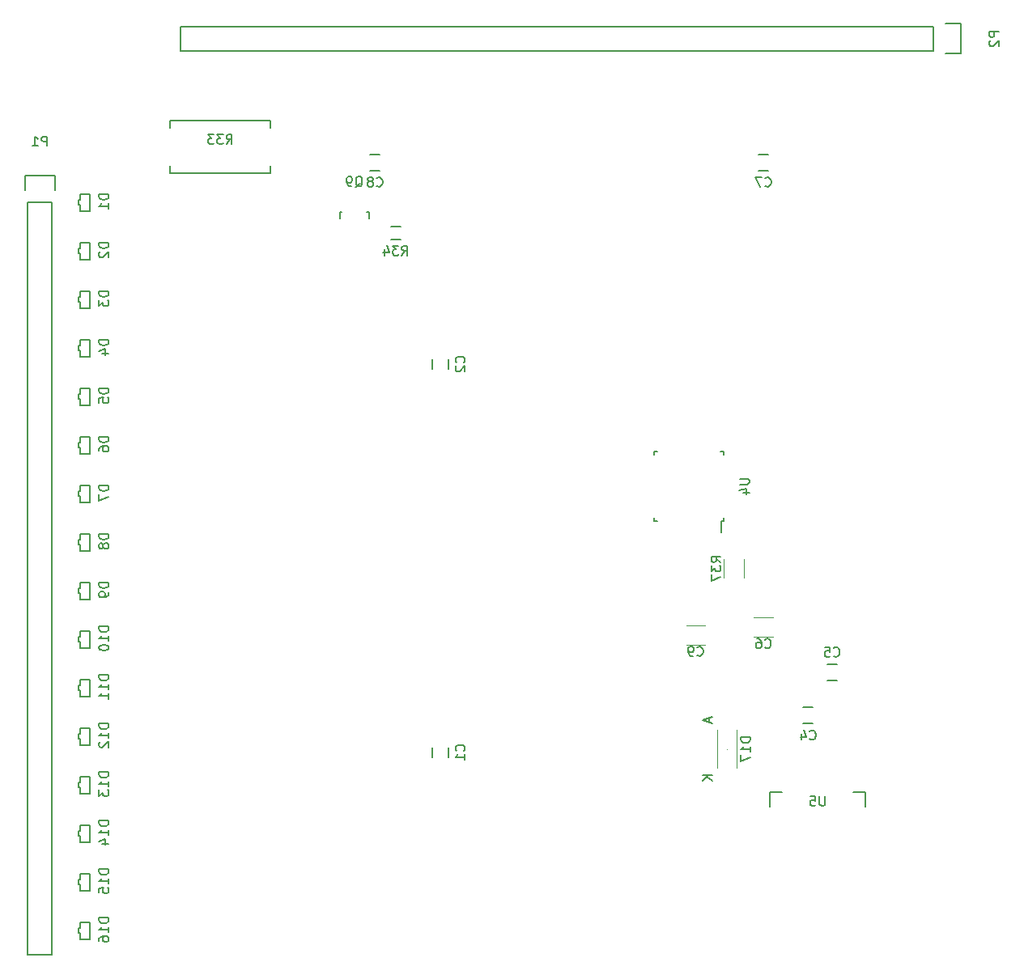
<source format=gbo>
G04 #@! TF.FileFunction,Legend,Bot*
%FSLAX46Y46*%
G04 Gerber Fmt 4.6, Leading zero omitted, Abs format (unit mm)*
G04 Created by KiCad (PCBNEW 4.0.2+dfsg1-stable) date ven. 05 janv. 2018 23:32:36 CET*
%MOMM*%
G01*
G04 APERTURE LIST*
%ADD10C,0.100000*%
%ADD11C,0.150000*%
%ADD12C,0.120000*%
G04 APERTURE END LIST*
D10*
D11*
X176155000Y-109125000D02*
X175930000Y-109125000D01*
X176155000Y-101875000D02*
X175855000Y-101875000D01*
X168905000Y-101875000D02*
X169205000Y-101875000D01*
X168905000Y-109125000D02*
X169205000Y-109125000D01*
X176155000Y-109125000D02*
X176155000Y-108825000D01*
X168905000Y-109125000D02*
X168905000Y-108825000D01*
X168905000Y-101875000D02*
X168905000Y-102175000D01*
X176155000Y-101875000D02*
X176155000Y-102175000D01*
X175930000Y-109125000D02*
X175930000Y-110350000D01*
X147408000Y-132850000D02*
X147408000Y-133850000D01*
X145708000Y-133850000D02*
X145708000Y-132850000D01*
X147408000Y-92210000D02*
X147408000Y-93210000D01*
X145708000Y-93210000D02*
X145708000Y-92210000D01*
X185500000Y-130350000D02*
X184500000Y-130350000D01*
X184500000Y-128650000D02*
X185500000Y-128650000D01*
X187000000Y-124150000D02*
X188000000Y-124150000D01*
X188000000Y-125850000D02*
X187000000Y-125850000D01*
X180840000Y-72478000D02*
X179840000Y-72478000D01*
X179840000Y-70778000D02*
X180840000Y-70778000D01*
X140200000Y-72478000D02*
X139200000Y-72478000D01*
X139200000Y-70778000D02*
X140200000Y-70778000D01*
X105918000Y-75819000D02*
X105918000Y-154559000D01*
X105918000Y-154559000D02*
X103378000Y-154559000D01*
X103378000Y-154559000D02*
X103378000Y-75819000D01*
X103098000Y-72999000D02*
X103098000Y-74549000D01*
X103378000Y-75819000D02*
X105918000Y-75819000D01*
X106198000Y-74549000D02*
X106198000Y-72999000D01*
X106198000Y-72999000D02*
X103098000Y-72999000D01*
X139040820Y-77520800D02*
X139040820Y-76819760D01*
X139040820Y-76819760D02*
X138791900Y-76819760D01*
X136241840Y-76819760D02*
X136041180Y-76819760D01*
X136041180Y-76819760D02*
X136041180Y-77520800D01*
X118250000Y-68000000D02*
X118250000Y-67250000D01*
X118250000Y-67250000D02*
X128750000Y-67250000D01*
X128750000Y-67250000D02*
X128750000Y-68000000D01*
X118250000Y-72750000D02*
X118250000Y-72000000D01*
X118250000Y-72750000D02*
X128750000Y-72750000D01*
X128750000Y-72750000D02*
X128750000Y-72000000D01*
X142359000Y-78319000D02*
X141359000Y-78319000D01*
X141359000Y-79669000D02*
X142359000Y-79669000D01*
X198120000Y-59944000D02*
X119380000Y-59944000D01*
X119380000Y-59944000D02*
X119380000Y-57404000D01*
X119380000Y-57404000D02*
X198120000Y-57404000D01*
X200940000Y-57124000D02*
X199390000Y-57124000D01*
X198120000Y-57404000D02*
X198120000Y-59944000D01*
X199390000Y-60224000D02*
X200940000Y-60224000D01*
X200940000Y-60224000D02*
X200940000Y-57124000D01*
X108839000Y-75565000D02*
X108839000Y-74930000D01*
X108839000Y-74930000D02*
X109855000Y-74930000D01*
X109855000Y-76708000D02*
X108839000Y-76708000D01*
X108839000Y-76708000D02*
X108839000Y-76073000D01*
X108712000Y-75565000D02*
X108839000Y-75565000D01*
X108839000Y-76073000D02*
X108712000Y-76073000D01*
X109855000Y-74930000D02*
X109855000Y-76708000D01*
X108712000Y-76073000D02*
X108712000Y-75565000D01*
X108839000Y-80645000D02*
X108839000Y-80010000D01*
X108839000Y-80010000D02*
X109855000Y-80010000D01*
X109855000Y-81788000D02*
X108839000Y-81788000D01*
X108839000Y-81788000D02*
X108839000Y-81153000D01*
X108712000Y-80645000D02*
X108839000Y-80645000D01*
X108839000Y-81153000D02*
X108712000Y-81153000D01*
X109855000Y-80010000D02*
X109855000Y-81788000D01*
X108712000Y-81153000D02*
X108712000Y-80645000D01*
X108839000Y-85725000D02*
X108839000Y-85090000D01*
X108839000Y-85090000D02*
X109855000Y-85090000D01*
X109855000Y-86868000D02*
X108839000Y-86868000D01*
X108839000Y-86868000D02*
X108839000Y-86233000D01*
X108712000Y-85725000D02*
X108839000Y-85725000D01*
X108839000Y-86233000D02*
X108712000Y-86233000D01*
X109855000Y-85090000D02*
X109855000Y-86868000D01*
X108712000Y-86233000D02*
X108712000Y-85725000D01*
X108839000Y-90805000D02*
X108839000Y-90170000D01*
X108839000Y-90170000D02*
X109855000Y-90170000D01*
X109855000Y-91948000D02*
X108839000Y-91948000D01*
X108839000Y-91948000D02*
X108839000Y-91313000D01*
X108712000Y-90805000D02*
X108839000Y-90805000D01*
X108839000Y-91313000D02*
X108712000Y-91313000D01*
X109855000Y-90170000D02*
X109855000Y-91948000D01*
X108712000Y-91313000D02*
X108712000Y-90805000D01*
X108839000Y-95885000D02*
X108839000Y-95250000D01*
X108839000Y-95250000D02*
X109855000Y-95250000D01*
X109855000Y-97028000D02*
X108839000Y-97028000D01*
X108839000Y-97028000D02*
X108839000Y-96393000D01*
X108712000Y-95885000D02*
X108839000Y-95885000D01*
X108839000Y-96393000D02*
X108712000Y-96393000D01*
X109855000Y-95250000D02*
X109855000Y-97028000D01*
X108712000Y-96393000D02*
X108712000Y-95885000D01*
X108839000Y-100965000D02*
X108839000Y-100330000D01*
X108839000Y-100330000D02*
X109855000Y-100330000D01*
X109855000Y-102108000D02*
X108839000Y-102108000D01*
X108839000Y-102108000D02*
X108839000Y-101473000D01*
X108712000Y-100965000D02*
X108839000Y-100965000D01*
X108839000Y-101473000D02*
X108712000Y-101473000D01*
X109855000Y-100330000D02*
X109855000Y-102108000D01*
X108712000Y-101473000D02*
X108712000Y-100965000D01*
X108839000Y-106045000D02*
X108839000Y-105410000D01*
X108839000Y-105410000D02*
X109855000Y-105410000D01*
X109855000Y-107188000D02*
X108839000Y-107188000D01*
X108839000Y-107188000D02*
X108839000Y-106553000D01*
X108712000Y-106045000D02*
X108839000Y-106045000D01*
X108839000Y-106553000D02*
X108712000Y-106553000D01*
X109855000Y-105410000D02*
X109855000Y-107188000D01*
X108712000Y-106553000D02*
X108712000Y-106045000D01*
X108839000Y-111125000D02*
X108839000Y-110490000D01*
X108839000Y-110490000D02*
X109855000Y-110490000D01*
X109855000Y-112268000D02*
X108839000Y-112268000D01*
X108839000Y-112268000D02*
X108839000Y-111633000D01*
X108712000Y-111125000D02*
X108839000Y-111125000D01*
X108839000Y-111633000D02*
X108712000Y-111633000D01*
X109855000Y-110490000D02*
X109855000Y-112268000D01*
X108712000Y-111633000D02*
X108712000Y-111125000D01*
X108839000Y-116205000D02*
X108839000Y-115570000D01*
X108839000Y-115570000D02*
X109855000Y-115570000D01*
X109855000Y-117348000D02*
X108839000Y-117348000D01*
X108839000Y-117348000D02*
X108839000Y-116713000D01*
X108712000Y-116205000D02*
X108839000Y-116205000D01*
X108839000Y-116713000D02*
X108712000Y-116713000D01*
X109855000Y-115570000D02*
X109855000Y-117348000D01*
X108712000Y-116713000D02*
X108712000Y-116205000D01*
X108839000Y-121285000D02*
X108839000Y-120650000D01*
X108839000Y-120650000D02*
X109855000Y-120650000D01*
X109855000Y-122428000D02*
X108839000Y-122428000D01*
X108839000Y-122428000D02*
X108839000Y-121793000D01*
X108712000Y-121285000D02*
X108839000Y-121285000D01*
X108839000Y-121793000D02*
X108712000Y-121793000D01*
X109855000Y-120650000D02*
X109855000Y-122428000D01*
X108712000Y-121793000D02*
X108712000Y-121285000D01*
X108839000Y-126365000D02*
X108839000Y-125730000D01*
X108839000Y-125730000D02*
X109855000Y-125730000D01*
X109855000Y-127508000D02*
X108839000Y-127508000D01*
X108839000Y-127508000D02*
X108839000Y-126873000D01*
X108712000Y-126365000D02*
X108839000Y-126365000D01*
X108839000Y-126873000D02*
X108712000Y-126873000D01*
X109855000Y-125730000D02*
X109855000Y-127508000D01*
X108712000Y-126873000D02*
X108712000Y-126365000D01*
X108839000Y-131445000D02*
X108839000Y-130810000D01*
X108839000Y-130810000D02*
X109855000Y-130810000D01*
X109855000Y-132588000D02*
X108839000Y-132588000D01*
X108839000Y-132588000D02*
X108839000Y-131953000D01*
X108712000Y-131445000D02*
X108839000Y-131445000D01*
X108839000Y-131953000D02*
X108712000Y-131953000D01*
X109855000Y-130810000D02*
X109855000Y-132588000D01*
X108712000Y-131953000D02*
X108712000Y-131445000D01*
X108839000Y-136525000D02*
X108839000Y-135890000D01*
X108839000Y-135890000D02*
X109855000Y-135890000D01*
X109855000Y-137668000D02*
X108839000Y-137668000D01*
X108839000Y-137668000D02*
X108839000Y-137033000D01*
X108712000Y-136525000D02*
X108839000Y-136525000D01*
X108839000Y-137033000D02*
X108712000Y-137033000D01*
X109855000Y-135890000D02*
X109855000Y-137668000D01*
X108712000Y-137033000D02*
X108712000Y-136525000D01*
X108839000Y-141605000D02*
X108839000Y-140970000D01*
X108839000Y-140970000D02*
X109855000Y-140970000D01*
X109855000Y-142748000D02*
X108839000Y-142748000D01*
X108839000Y-142748000D02*
X108839000Y-142113000D01*
X108712000Y-141605000D02*
X108839000Y-141605000D01*
X108839000Y-142113000D02*
X108712000Y-142113000D01*
X109855000Y-140970000D02*
X109855000Y-142748000D01*
X108712000Y-142113000D02*
X108712000Y-141605000D01*
X108839000Y-146685000D02*
X108839000Y-146050000D01*
X108839000Y-146050000D02*
X109855000Y-146050000D01*
X109855000Y-147828000D02*
X108839000Y-147828000D01*
X108839000Y-147828000D02*
X108839000Y-147193000D01*
X108712000Y-146685000D02*
X108839000Y-146685000D01*
X108839000Y-147193000D02*
X108712000Y-147193000D01*
X109855000Y-146050000D02*
X109855000Y-147828000D01*
X108712000Y-147193000D02*
X108712000Y-146685000D01*
X108839000Y-151765000D02*
X108839000Y-151130000D01*
X108839000Y-151130000D02*
X109855000Y-151130000D01*
X109855000Y-152908000D02*
X108839000Y-152908000D01*
X108839000Y-152908000D02*
X108839000Y-152273000D01*
X108712000Y-151765000D02*
X108839000Y-151765000D01*
X108839000Y-152273000D02*
X108712000Y-152273000D01*
X109855000Y-151130000D02*
X109855000Y-152908000D01*
X108712000Y-152273000D02*
X108712000Y-151765000D01*
D10*
X176500000Y-133000000D02*
X176500000Y-133000000D01*
X176500000Y-133000000D02*
X176500000Y-133000000D01*
X176500000Y-133000000D02*
X176500000Y-133000000D01*
X176500000Y-133000000D02*
X176500000Y-133000000D01*
X175500000Y-134000000D02*
X175500000Y-134000000D01*
X177500000Y-134000000D02*
X177500000Y-134000000D01*
X175500000Y-131000000D02*
X175500000Y-131000000D01*
X175500000Y-135000000D02*
X175500000Y-135000000D01*
X177500000Y-135000000D02*
X177500000Y-135000000D01*
X177500000Y-131000000D02*
X177500000Y-131000000D01*
X175500000Y-135000000D02*
X175500000Y-131000000D01*
X177500000Y-135000000D02*
X177500000Y-131000000D01*
D11*
X191000000Y-137500000D02*
X189750000Y-137500000D01*
X191000000Y-137500000D02*
X191000000Y-139000000D01*
X181000000Y-137500000D02*
X181000000Y-139000000D01*
X181000000Y-137500000D02*
X182250000Y-137500000D01*
D12*
X181320000Y-121280000D02*
X179320000Y-121280000D01*
X179320000Y-119240000D02*
X181320000Y-119240000D01*
X174230000Y-122090000D02*
X172230000Y-122090000D01*
X172230000Y-120050000D02*
X174230000Y-120050000D01*
X178320000Y-115100000D02*
X178320000Y-113100000D01*
X176180000Y-113100000D02*
X176180000Y-115100000D01*
D11*
X177832381Y-104738095D02*
X178641905Y-104738095D01*
X178737143Y-104785714D01*
X178784762Y-104833333D01*
X178832381Y-104928571D01*
X178832381Y-105119048D01*
X178784762Y-105214286D01*
X178737143Y-105261905D01*
X178641905Y-105309524D01*
X177832381Y-105309524D01*
X178165714Y-106214286D02*
X178832381Y-106214286D01*
X177784762Y-105976190D02*
X178499048Y-105738095D01*
X178499048Y-106357143D01*
X149015143Y-133183334D02*
X149062762Y-133135715D01*
X149110381Y-132992858D01*
X149110381Y-132897620D01*
X149062762Y-132754762D01*
X148967524Y-132659524D01*
X148872286Y-132611905D01*
X148681810Y-132564286D01*
X148538952Y-132564286D01*
X148348476Y-132611905D01*
X148253238Y-132659524D01*
X148158000Y-132754762D01*
X148110381Y-132897620D01*
X148110381Y-132992858D01*
X148158000Y-133135715D01*
X148205619Y-133183334D01*
X149110381Y-134135715D02*
X149110381Y-133564286D01*
X149110381Y-133850000D02*
X148110381Y-133850000D01*
X148253238Y-133754762D01*
X148348476Y-133659524D01*
X148396095Y-133564286D01*
X149015143Y-92543334D02*
X149062762Y-92495715D01*
X149110381Y-92352858D01*
X149110381Y-92257620D01*
X149062762Y-92114762D01*
X148967524Y-92019524D01*
X148872286Y-91971905D01*
X148681810Y-91924286D01*
X148538952Y-91924286D01*
X148348476Y-91971905D01*
X148253238Y-92019524D01*
X148158000Y-92114762D01*
X148110381Y-92257620D01*
X148110381Y-92352858D01*
X148158000Y-92495715D01*
X148205619Y-92543334D01*
X148205619Y-92924286D02*
X148158000Y-92971905D01*
X148110381Y-93067143D01*
X148110381Y-93305239D01*
X148158000Y-93400477D01*
X148205619Y-93448096D01*
X148300857Y-93495715D01*
X148396095Y-93495715D01*
X148538952Y-93448096D01*
X149110381Y-92876667D01*
X149110381Y-93495715D01*
X185166666Y-131957143D02*
X185214285Y-132004762D01*
X185357142Y-132052381D01*
X185452380Y-132052381D01*
X185595238Y-132004762D01*
X185690476Y-131909524D01*
X185738095Y-131814286D01*
X185785714Y-131623810D01*
X185785714Y-131480952D01*
X185738095Y-131290476D01*
X185690476Y-131195238D01*
X185595238Y-131100000D01*
X185452380Y-131052381D01*
X185357142Y-131052381D01*
X185214285Y-131100000D01*
X185166666Y-131147619D01*
X184309523Y-131385714D02*
X184309523Y-132052381D01*
X184547619Y-131004762D02*
X184785714Y-131719048D01*
X184166666Y-131719048D01*
X187666666Y-123257143D02*
X187714285Y-123304762D01*
X187857142Y-123352381D01*
X187952380Y-123352381D01*
X188095238Y-123304762D01*
X188190476Y-123209524D01*
X188238095Y-123114286D01*
X188285714Y-122923810D01*
X188285714Y-122780952D01*
X188238095Y-122590476D01*
X188190476Y-122495238D01*
X188095238Y-122400000D01*
X187952380Y-122352381D01*
X187857142Y-122352381D01*
X187714285Y-122400000D01*
X187666666Y-122447619D01*
X186761904Y-122352381D02*
X187238095Y-122352381D01*
X187285714Y-122828571D01*
X187238095Y-122780952D01*
X187142857Y-122733333D01*
X186904761Y-122733333D01*
X186809523Y-122780952D01*
X186761904Y-122828571D01*
X186714285Y-122923810D01*
X186714285Y-123161905D01*
X186761904Y-123257143D01*
X186809523Y-123304762D01*
X186904761Y-123352381D01*
X187142857Y-123352381D01*
X187238095Y-123304762D01*
X187285714Y-123257143D01*
X180506666Y-74085143D02*
X180554285Y-74132762D01*
X180697142Y-74180381D01*
X180792380Y-74180381D01*
X180935238Y-74132762D01*
X181030476Y-74037524D01*
X181078095Y-73942286D01*
X181125714Y-73751810D01*
X181125714Y-73608952D01*
X181078095Y-73418476D01*
X181030476Y-73323238D01*
X180935238Y-73228000D01*
X180792380Y-73180381D01*
X180697142Y-73180381D01*
X180554285Y-73228000D01*
X180506666Y-73275619D01*
X180173333Y-73180381D02*
X179506666Y-73180381D01*
X179935238Y-74180381D01*
X139866666Y-74085143D02*
X139914285Y-74132762D01*
X140057142Y-74180381D01*
X140152380Y-74180381D01*
X140295238Y-74132762D01*
X140390476Y-74037524D01*
X140438095Y-73942286D01*
X140485714Y-73751810D01*
X140485714Y-73608952D01*
X140438095Y-73418476D01*
X140390476Y-73323238D01*
X140295238Y-73228000D01*
X140152380Y-73180381D01*
X140057142Y-73180381D01*
X139914285Y-73228000D01*
X139866666Y-73275619D01*
X139295238Y-73608952D02*
X139390476Y-73561333D01*
X139438095Y-73513714D01*
X139485714Y-73418476D01*
X139485714Y-73370857D01*
X139438095Y-73275619D01*
X139390476Y-73228000D01*
X139295238Y-73180381D01*
X139104761Y-73180381D01*
X139009523Y-73228000D01*
X138961904Y-73275619D01*
X138914285Y-73370857D01*
X138914285Y-73418476D01*
X138961904Y-73513714D01*
X139009523Y-73561333D01*
X139104761Y-73608952D01*
X139295238Y-73608952D01*
X139390476Y-73656571D01*
X139438095Y-73704190D01*
X139485714Y-73799429D01*
X139485714Y-73989905D01*
X139438095Y-74085143D01*
X139390476Y-74132762D01*
X139295238Y-74180381D01*
X139104761Y-74180381D01*
X139009523Y-74132762D01*
X138961904Y-74085143D01*
X138914285Y-73989905D01*
X138914285Y-73799429D01*
X138961904Y-73704190D01*
X139009523Y-73656571D01*
X139104761Y-73608952D01*
X105386095Y-69901381D02*
X105386095Y-68901381D01*
X105005142Y-68901381D01*
X104909904Y-68949000D01*
X104862285Y-68996619D01*
X104814666Y-69091857D01*
X104814666Y-69234714D01*
X104862285Y-69329952D01*
X104909904Y-69377571D01*
X105005142Y-69425190D01*
X105386095Y-69425190D01*
X103862285Y-69901381D02*
X104433714Y-69901381D01*
X104148000Y-69901381D02*
X104148000Y-68901381D01*
X104243238Y-69044238D01*
X104338476Y-69139476D01*
X104433714Y-69187095D01*
X137636238Y-74207619D02*
X137731476Y-74160000D01*
X137826714Y-74064762D01*
X137969571Y-73921905D01*
X138064810Y-73874286D01*
X138160048Y-73874286D01*
X138112429Y-74112381D02*
X138207667Y-74064762D01*
X138302905Y-73969524D01*
X138350524Y-73779048D01*
X138350524Y-73445714D01*
X138302905Y-73255238D01*
X138207667Y-73160000D01*
X138112429Y-73112381D01*
X137921952Y-73112381D01*
X137826714Y-73160000D01*
X137731476Y-73255238D01*
X137683857Y-73445714D01*
X137683857Y-73779048D01*
X137731476Y-73969524D01*
X137826714Y-74064762D01*
X137921952Y-74112381D01*
X138112429Y-74112381D01*
X137207667Y-74112381D02*
X137017191Y-74112381D01*
X136921952Y-74064762D01*
X136874333Y-74017143D01*
X136779095Y-73874286D01*
X136731476Y-73683810D01*
X136731476Y-73302857D01*
X136779095Y-73207619D01*
X136826714Y-73160000D01*
X136921952Y-73112381D01*
X137112429Y-73112381D01*
X137207667Y-73160000D01*
X137255286Y-73207619D01*
X137302905Y-73302857D01*
X137302905Y-73540952D01*
X137255286Y-73636190D01*
X137207667Y-73683810D01*
X137112429Y-73731429D01*
X136921952Y-73731429D01*
X136826714Y-73683810D01*
X136779095Y-73636190D01*
X136731476Y-73540952D01*
X124142857Y-69702381D02*
X124476191Y-69226190D01*
X124714286Y-69702381D02*
X124714286Y-68702381D01*
X124333333Y-68702381D01*
X124238095Y-68750000D01*
X124190476Y-68797619D01*
X124142857Y-68892857D01*
X124142857Y-69035714D01*
X124190476Y-69130952D01*
X124238095Y-69178571D01*
X124333333Y-69226190D01*
X124714286Y-69226190D01*
X123809524Y-68702381D02*
X123190476Y-68702381D01*
X123523810Y-69083333D01*
X123380952Y-69083333D01*
X123285714Y-69130952D01*
X123238095Y-69178571D01*
X123190476Y-69273810D01*
X123190476Y-69511905D01*
X123238095Y-69607143D01*
X123285714Y-69654762D01*
X123380952Y-69702381D01*
X123666667Y-69702381D01*
X123761905Y-69654762D01*
X123809524Y-69607143D01*
X122857143Y-68702381D02*
X122238095Y-68702381D01*
X122571429Y-69083333D01*
X122428571Y-69083333D01*
X122333333Y-69130952D01*
X122285714Y-69178571D01*
X122238095Y-69273810D01*
X122238095Y-69511905D01*
X122285714Y-69607143D01*
X122333333Y-69654762D01*
X122428571Y-69702381D01*
X122714286Y-69702381D01*
X122809524Y-69654762D01*
X122857143Y-69607143D01*
X142501857Y-81346381D02*
X142835191Y-80870190D01*
X143073286Y-81346381D02*
X143073286Y-80346381D01*
X142692333Y-80346381D01*
X142597095Y-80394000D01*
X142549476Y-80441619D01*
X142501857Y-80536857D01*
X142501857Y-80679714D01*
X142549476Y-80774952D01*
X142597095Y-80822571D01*
X142692333Y-80870190D01*
X143073286Y-80870190D01*
X142168524Y-80346381D02*
X141549476Y-80346381D01*
X141882810Y-80727333D01*
X141739952Y-80727333D01*
X141644714Y-80774952D01*
X141597095Y-80822571D01*
X141549476Y-80917810D01*
X141549476Y-81155905D01*
X141597095Y-81251143D01*
X141644714Y-81298762D01*
X141739952Y-81346381D01*
X142025667Y-81346381D01*
X142120905Y-81298762D01*
X142168524Y-81251143D01*
X140692333Y-80679714D02*
X140692333Y-81346381D01*
X140930429Y-80298762D02*
X141168524Y-81013048D01*
X140549476Y-81013048D01*
X204942381Y-57935905D02*
X203942381Y-57935905D01*
X203942381Y-58316858D01*
X203990000Y-58412096D01*
X204037619Y-58459715D01*
X204132857Y-58507334D01*
X204275714Y-58507334D01*
X204370952Y-58459715D01*
X204418571Y-58412096D01*
X204466190Y-58316858D01*
X204466190Y-57935905D01*
X204037619Y-58888286D02*
X203990000Y-58935905D01*
X203942381Y-59031143D01*
X203942381Y-59269239D01*
X203990000Y-59364477D01*
X204037619Y-59412096D01*
X204132857Y-59459715D01*
X204228095Y-59459715D01*
X204370952Y-59412096D01*
X204942381Y-58840667D01*
X204942381Y-59459715D01*
X111831381Y-74953905D02*
X110831381Y-74953905D01*
X110831381Y-75192000D01*
X110879000Y-75334858D01*
X110974238Y-75430096D01*
X111069476Y-75477715D01*
X111259952Y-75525334D01*
X111402810Y-75525334D01*
X111593286Y-75477715D01*
X111688524Y-75430096D01*
X111783762Y-75334858D01*
X111831381Y-75192000D01*
X111831381Y-74953905D01*
X111831381Y-76477715D02*
X111831381Y-75906286D01*
X111831381Y-76192000D02*
X110831381Y-76192000D01*
X110974238Y-76096762D01*
X111069476Y-76001524D01*
X111117095Y-75906286D01*
X111831381Y-80033905D02*
X110831381Y-80033905D01*
X110831381Y-80272000D01*
X110879000Y-80414858D01*
X110974238Y-80510096D01*
X111069476Y-80557715D01*
X111259952Y-80605334D01*
X111402810Y-80605334D01*
X111593286Y-80557715D01*
X111688524Y-80510096D01*
X111783762Y-80414858D01*
X111831381Y-80272000D01*
X111831381Y-80033905D01*
X110926619Y-80986286D02*
X110879000Y-81033905D01*
X110831381Y-81129143D01*
X110831381Y-81367239D01*
X110879000Y-81462477D01*
X110926619Y-81510096D01*
X111021857Y-81557715D01*
X111117095Y-81557715D01*
X111259952Y-81510096D01*
X111831381Y-80938667D01*
X111831381Y-81557715D01*
X111831381Y-85113905D02*
X110831381Y-85113905D01*
X110831381Y-85352000D01*
X110879000Y-85494858D01*
X110974238Y-85590096D01*
X111069476Y-85637715D01*
X111259952Y-85685334D01*
X111402810Y-85685334D01*
X111593286Y-85637715D01*
X111688524Y-85590096D01*
X111783762Y-85494858D01*
X111831381Y-85352000D01*
X111831381Y-85113905D01*
X110831381Y-86018667D02*
X110831381Y-86637715D01*
X111212333Y-86304381D01*
X111212333Y-86447239D01*
X111259952Y-86542477D01*
X111307571Y-86590096D01*
X111402810Y-86637715D01*
X111640905Y-86637715D01*
X111736143Y-86590096D01*
X111783762Y-86542477D01*
X111831381Y-86447239D01*
X111831381Y-86161524D01*
X111783762Y-86066286D01*
X111736143Y-86018667D01*
X111831381Y-90193905D02*
X110831381Y-90193905D01*
X110831381Y-90432000D01*
X110879000Y-90574858D01*
X110974238Y-90670096D01*
X111069476Y-90717715D01*
X111259952Y-90765334D01*
X111402810Y-90765334D01*
X111593286Y-90717715D01*
X111688524Y-90670096D01*
X111783762Y-90574858D01*
X111831381Y-90432000D01*
X111831381Y-90193905D01*
X111164714Y-91622477D02*
X111831381Y-91622477D01*
X110783762Y-91384381D02*
X111498048Y-91146286D01*
X111498048Y-91765334D01*
X111831381Y-95273905D02*
X110831381Y-95273905D01*
X110831381Y-95512000D01*
X110879000Y-95654858D01*
X110974238Y-95750096D01*
X111069476Y-95797715D01*
X111259952Y-95845334D01*
X111402810Y-95845334D01*
X111593286Y-95797715D01*
X111688524Y-95750096D01*
X111783762Y-95654858D01*
X111831381Y-95512000D01*
X111831381Y-95273905D01*
X110831381Y-96750096D02*
X110831381Y-96273905D01*
X111307571Y-96226286D01*
X111259952Y-96273905D01*
X111212333Y-96369143D01*
X111212333Y-96607239D01*
X111259952Y-96702477D01*
X111307571Y-96750096D01*
X111402810Y-96797715D01*
X111640905Y-96797715D01*
X111736143Y-96750096D01*
X111783762Y-96702477D01*
X111831381Y-96607239D01*
X111831381Y-96369143D01*
X111783762Y-96273905D01*
X111736143Y-96226286D01*
X111831381Y-100353905D02*
X110831381Y-100353905D01*
X110831381Y-100592000D01*
X110879000Y-100734858D01*
X110974238Y-100830096D01*
X111069476Y-100877715D01*
X111259952Y-100925334D01*
X111402810Y-100925334D01*
X111593286Y-100877715D01*
X111688524Y-100830096D01*
X111783762Y-100734858D01*
X111831381Y-100592000D01*
X111831381Y-100353905D01*
X110831381Y-101782477D02*
X110831381Y-101592000D01*
X110879000Y-101496762D01*
X110926619Y-101449143D01*
X111069476Y-101353905D01*
X111259952Y-101306286D01*
X111640905Y-101306286D01*
X111736143Y-101353905D01*
X111783762Y-101401524D01*
X111831381Y-101496762D01*
X111831381Y-101687239D01*
X111783762Y-101782477D01*
X111736143Y-101830096D01*
X111640905Y-101877715D01*
X111402810Y-101877715D01*
X111307571Y-101830096D01*
X111259952Y-101782477D01*
X111212333Y-101687239D01*
X111212333Y-101496762D01*
X111259952Y-101401524D01*
X111307571Y-101353905D01*
X111402810Y-101306286D01*
X111831381Y-105433905D02*
X110831381Y-105433905D01*
X110831381Y-105672000D01*
X110879000Y-105814858D01*
X110974238Y-105910096D01*
X111069476Y-105957715D01*
X111259952Y-106005334D01*
X111402810Y-106005334D01*
X111593286Y-105957715D01*
X111688524Y-105910096D01*
X111783762Y-105814858D01*
X111831381Y-105672000D01*
X111831381Y-105433905D01*
X110831381Y-106338667D02*
X110831381Y-107005334D01*
X111831381Y-106576762D01*
X111831381Y-110513905D02*
X110831381Y-110513905D01*
X110831381Y-110752000D01*
X110879000Y-110894858D01*
X110974238Y-110990096D01*
X111069476Y-111037715D01*
X111259952Y-111085334D01*
X111402810Y-111085334D01*
X111593286Y-111037715D01*
X111688524Y-110990096D01*
X111783762Y-110894858D01*
X111831381Y-110752000D01*
X111831381Y-110513905D01*
X111259952Y-111656762D02*
X111212333Y-111561524D01*
X111164714Y-111513905D01*
X111069476Y-111466286D01*
X111021857Y-111466286D01*
X110926619Y-111513905D01*
X110879000Y-111561524D01*
X110831381Y-111656762D01*
X110831381Y-111847239D01*
X110879000Y-111942477D01*
X110926619Y-111990096D01*
X111021857Y-112037715D01*
X111069476Y-112037715D01*
X111164714Y-111990096D01*
X111212333Y-111942477D01*
X111259952Y-111847239D01*
X111259952Y-111656762D01*
X111307571Y-111561524D01*
X111355190Y-111513905D01*
X111450429Y-111466286D01*
X111640905Y-111466286D01*
X111736143Y-111513905D01*
X111783762Y-111561524D01*
X111831381Y-111656762D01*
X111831381Y-111847239D01*
X111783762Y-111942477D01*
X111736143Y-111990096D01*
X111640905Y-112037715D01*
X111450429Y-112037715D01*
X111355190Y-111990096D01*
X111307571Y-111942477D01*
X111259952Y-111847239D01*
X111831381Y-115593905D02*
X110831381Y-115593905D01*
X110831381Y-115832000D01*
X110879000Y-115974858D01*
X110974238Y-116070096D01*
X111069476Y-116117715D01*
X111259952Y-116165334D01*
X111402810Y-116165334D01*
X111593286Y-116117715D01*
X111688524Y-116070096D01*
X111783762Y-115974858D01*
X111831381Y-115832000D01*
X111831381Y-115593905D01*
X111831381Y-116641524D02*
X111831381Y-116832000D01*
X111783762Y-116927239D01*
X111736143Y-116974858D01*
X111593286Y-117070096D01*
X111402810Y-117117715D01*
X111021857Y-117117715D01*
X110926619Y-117070096D01*
X110879000Y-117022477D01*
X110831381Y-116927239D01*
X110831381Y-116736762D01*
X110879000Y-116641524D01*
X110926619Y-116593905D01*
X111021857Y-116546286D01*
X111259952Y-116546286D01*
X111355190Y-116593905D01*
X111402810Y-116641524D01*
X111450429Y-116736762D01*
X111450429Y-116927239D01*
X111402810Y-117022477D01*
X111355190Y-117070096D01*
X111259952Y-117117715D01*
X111831381Y-120197714D02*
X110831381Y-120197714D01*
X110831381Y-120435809D01*
X110879000Y-120578667D01*
X110974238Y-120673905D01*
X111069476Y-120721524D01*
X111259952Y-120769143D01*
X111402810Y-120769143D01*
X111593286Y-120721524D01*
X111688524Y-120673905D01*
X111783762Y-120578667D01*
X111831381Y-120435809D01*
X111831381Y-120197714D01*
X111831381Y-121721524D02*
X111831381Y-121150095D01*
X111831381Y-121435809D02*
X110831381Y-121435809D01*
X110974238Y-121340571D01*
X111069476Y-121245333D01*
X111117095Y-121150095D01*
X110831381Y-122340571D02*
X110831381Y-122435810D01*
X110879000Y-122531048D01*
X110926619Y-122578667D01*
X111021857Y-122626286D01*
X111212333Y-122673905D01*
X111450429Y-122673905D01*
X111640905Y-122626286D01*
X111736143Y-122578667D01*
X111783762Y-122531048D01*
X111831381Y-122435810D01*
X111831381Y-122340571D01*
X111783762Y-122245333D01*
X111736143Y-122197714D01*
X111640905Y-122150095D01*
X111450429Y-122102476D01*
X111212333Y-122102476D01*
X111021857Y-122150095D01*
X110926619Y-122197714D01*
X110879000Y-122245333D01*
X110831381Y-122340571D01*
X111831381Y-125277714D02*
X110831381Y-125277714D01*
X110831381Y-125515809D01*
X110879000Y-125658667D01*
X110974238Y-125753905D01*
X111069476Y-125801524D01*
X111259952Y-125849143D01*
X111402810Y-125849143D01*
X111593286Y-125801524D01*
X111688524Y-125753905D01*
X111783762Y-125658667D01*
X111831381Y-125515809D01*
X111831381Y-125277714D01*
X111831381Y-126801524D02*
X111831381Y-126230095D01*
X111831381Y-126515809D02*
X110831381Y-126515809D01*
X110974238Y-126420571D01*
X111069476Y-126325333D01*
X111117095Y-126230095D01*
X111831381Y-127753905D02*
X111831381Y-127182476D01*
X111831381Y-127468190D02*
X110831381Y-127468190D01*
X110974238Y-127372952D01*
X111069476Y-127277714D01*
X111117095Y-127182476D01*
X111831381Y-130357714D02*
X110831381Y-130357714D01*
X110831381Y-130595809D01*
X110879000Y-130738667D01*
X110974238Y-130833905D01*
X111069476Y-130881524D01*
X111259952Y-130929143D01*
X111402810Y-130929143D01*
X111593286Y-130881524D01*
X111688524Y-130833905D01*
X111783762Y-130738667D01*
X111831381Y-130595809D01*
X111831381Y-130357714D01*
X111831381Y-131881524D02*
X111831381Y-131310095D01*
X111831381Y-131595809D02*
X110831381Y-131595809D01*
X110974238Y-131500571D01*
X111069476Y-131405333D01*
X111117095Y-131310095D01*
X110926619Y-132262476D02*
X110879000Y-132310095D01*
X110831381Y-132405333D01*
X110831381Y-132643429D01*
X110879000Y-132738667D01*
X110926619Y-132786286D01*
X111021857Y-132833905D01*
X111117095Y-132833905D01*
X111259952Y-132786286D01*
X111831381Y-132214857D01*
X111831381Y-132833905D01*
X111831381Y-135437714D02*
X110831381Y-135437714D01*
X110831381Y-135675809D01*
X110879000Y-135818667D01*
X110974238Y-135913905D01*
X111069476Y-135961524D01*
X111259952Y-136009143D01*
X111402810Y-136009143D01*
X111593286Y-135961524D01*
X111688524Y-135913905D01*
X111783762Y-135818667D01*
X111831381Y-135675809D01*
X111831381Y-135437714D01*
X111831381Y-136961524D02*
X111831381Y-136390095D01*
X111831381Y-136675809D02*
X110831381Y-136675809D01*
X110974238Y-136580571D01*
X111069476Y-136485333D01*
X111117095Y-136390095D01*
X110831381Y-137294857D02*
X110831381Y-137913905D01*
X111212333Y-137580571D01*
X111212333Y-137723429D01*
X111259952Y-137818667D01*
X111307571Y-137866286D01*
X111402810Y-137913905D01*
X111640905Y-137913905D01*
X111736143Y-137866286D01*
X111783762Y-137818667D01*
X111831381Y-137723429D01*
X111831381Y-137437714D01*
X111783762Y-137342476D01*
X111736143Y-137294857D01*
X111831381Y-140517714D02*
X110831381Y-140517714D01*
X110831381Y-140755809D01*
X110879000Y-140898667D01*
X110974238Y-140993905D01*
X111069476Y-141041524D01*
X111259952Y-141089143D01*
X111402810Y-141089143D01*
X111593286Y-141041524D01*
X111688524Y-140993905D01*
X111783762Y-140898667D01*
X111831381Y-140755809D01*
X111831381Y-140517714D01*
X111831381Y-142041524D02*
X111831381Y-141470095D01*
X111831381Y-141755809D02*
X110831381Y-141755809D01*
X110974238Y-141660571D01*
X111069476Y-141565333D01*
X111117095Y-141470095D01*
X111164714Y-142898667D02*
X111831381Y-142898667D01*
X110783762Y-142660571D02*
X111498048Y-142422476D01*
X111498048Y-143041524D01*
X111831381Y-145597714D02*
X110831381Y-145597714D01*
X110831381Y-145835809D01*
X110879000Y-145978667D01*
X110974238Y-146073905D01*
X111069476Y-146121524D01*
X111259952Y-146169143D01*
X111402810Y-146169143D01*
X111593286Y-146121524D01*
X111688524Y-146073905D01*
X111783762Y-145978667D01*
X111831381Y-145835809D01*
X111831381Y-145597714D01*
X111831381Y-147121524D02*
X111831381Y-146550095D01*
X111831381Y-146835809D02*
X110831381Y-146835809D01*
X110974238Y-146740571D01*
X111069476Y-146645333D01*
X111117095Y-146550095D01*
X110831381Y-148026286D02*
X110831381Y-147550095D01*
X111307571Y-147502476D01*
X111259952Y-147550095D01*
X111212333Y-147645333D01*
X111212333Y-147883429D01*
X111259952Y-147978667D01*
X111307571Y-148026286D01*
X111402810Y-148073905D01*
X111640905Y-148073905D01*
X111736143Y-148026286D01*
X111783762Y-147978667D01*
X111831381Y-147883429D01*
X111831381Y-147645333D01*
X111783762Y-147550095D01*
X111736143Y-147502476D01*
X111831381Y-150677714D02*
X110831381Y-150677714D01*
X110831381Y-150915809D01*
X110879000Y-151058667D01*
X110974238Y-151153905D01*
X111069476Y-151201524D01*
X111259952Y-151249143D01*
X111402810Y-151249143D01*
X111593286Y-151201524D01*
X111688524Y-151153905D01*
X111783762Y-151058667D01*
X111831381Y-150915809D01*
X111831381Y-150677714D01*
X111831381Y-152201524D02*
X111831381Y-151630095D01*
X111831381Y-151915809D02*
X110831381Y-151915809D01*
X110974238Y-151820571D01*
X111069476Y-151725333D01*
X111117095Y-151630095D01*
X110831381Y-153058667D02*
X110831381Y-152868190D01*
X110879000Y-152772952D01*
X110926619Y-152725333D01*
X111069476Y-152630095D01*
X111259952Y-152582476D01*
X111640905Y-152582476D01*
X111736143Y-152630095D01*
X111783762Y-152677714D01*
X111831381Y-152772952D01*
X111831381Y-152963429D01*
X111783762Y-153058667D01*
X111736143Y-153106286D01*
X111640905Y-153153905D01*
X111402810Y-153153905D01*
X111307571Y-153106286D01*
X111259952Y-153058667D01*
X111212333Y-152963429D01*
X111212333Y-152772952D01*
X111259952Y-152677714D01*
X111307571Y-152630095D01*
X111402810Y-152582476D01*
X178952381Y-131785714D02*
X177952381Y-131785714D01*
X177952381Y-132023809D01*
X178000000Y-132166667D01*
X178095238Y-132261905D01*
X178190476Y-132309524D01*
X178380952Y-132357143D01*
X178523810Y-132357143D01*
X178714286Y-132309524D01*
X178809524Y-132261905D01*
X178904762Y-132166667D01*
X178952381Y-132023809D01*
X178952381Y-131785714D01*
X178952381Y-133309524D02*
X178952381Y-132738095D01*
X178952381Y-133023809D02*
X177952381Y-133023809D01*
X178095238Y-132928571D01*
X178190476Y-132833333D01*
X178238095Y-132738095D01*
X177952381Y-133642857D02*
X177952381Y-134309524D01*
X178952381Y-133880952D01*
X174952381Y-135738095D02*
X173952381Y-135738095D01*
X174952381Y-136309524D02*
X174380952Y-135880952D01*
X173952381Y-136309524D02*
X174523810Y-135738095D01*
X174666667Y-129761905D02*
X174666667Y-130238096D01*
X174952381Y-129666667D02*
X173952381Y-130000000D01*
X174952381Y-130333334D01*
X186761905Y-137952381D02*
X186761905Y-138761905D01*
X186714286Y-138857143D01*
X186666667Y-138904762D01*
X186571429Y-138952381D01*
X186380952Y-138952381D01*
X186285714Y-138904762D01*
X186238095Y-138857143D01*
X186190476Y-138761905D01*
X186190476Y-137952381D01*
X185238095Y-137952381D02*
X185714286Y-137952381D01*
X185761905Y-138428571D01*
X185714286Y-138380952D01*
X185619048Y-138333333D01*
X185380952Y-138333333D01*
X185285714Y-138380952D01*
X185238095Y-138428571D01*
X185190476Y-138523810D01*
X185190476Y-138761905D01*
X185238095Y-138857143D01*
X185285714Y-138904762D01*
X185380952Y-138952381D01*
X185619048Y-138952381D01*
X185714286Y-138904762D01*
X185761905Y-138857143D01*
X180486666Y-122367143D02*
X180534285Y-122414762D01*
X180677142Y-122462381D01*
X180772380Y-122462381D01*
X180915238Y-122414762D01*
X181010476Y-122319524D01*
X181058095Y-122224286D01*
X181105714Y-122033810D01*
X181105714Y-121890952D01*
X181058095Y-121700476D01*
X181010476Y-121605238D01*
X180915238Y-121510000D01*
X180772380Y-121462381D01*
X180677142Y-121462381D01*
X180534285Y-121510000D01*
X180486666Y-121557619D01*
X179629523Y-121462381D02*
X179820000Y-121462381D01*
X179915238Y-121510000D01*
X179962857Y-121557619D01*
X180058095Y-121700476D01*
X180105714Y-121890952D01*
X180105714Y-122271905D01*
X180058095Y-122367143D01*
X180010476Y-122414762D01*
X179915238Y-122462381D01*
X179724761Y-122462381D01*
X179629523Y-122414762D01*
X179581904Y-122367143D01*
X179534285Y-122271905D01*
X179534285Y-122033810D01*
X179581904Y-121938571D01*
X179629523Y-121890952D01*
X179724761Y-121843333D01*
X179915238Y-121843333D01*
X180010476Y-121890952D01*
X180058095Y-121938571D01*
X180105714Y-122033810D01*
X173396666Y-123177143D02*
X173444285Y-123224762D01*
X173587142Y-123272381D01*
X173682380Y-123272381D01*
X173825238Y-123224762D01*
X173920476Y-123129524D01*
X173968095Y-123034286D01*
X174015714Y-122843810D01*
X174015714Y-122700952D01*
X173968095Y-122510476D01*
X173920476Y-122415238D01*
X173825238Y-122320000D01*
X173682380Y-122272381D01*
X173587142Y-122272381D01*
X173444285Y-122320000D01*
X173396666Y-122367619D01*
X172920476Y-123272381D02*
X172730000Y-123272381D01*
X172634761Y-123224762D01*
X172587142Y-123177143D01*
X172491904Y-123034286D01*
X172444285Y-122843810D01*
X172444285Y-122462857D01*
X172491904Y-122367619D01*
X172539523Y-122320000D01*
X172634761Y-122272381D01*
X172825238Y-122272381D01*
X172920476Y-122320000D01*
X172968095Y-122367619D01*
X173015714Y-122462857D01*
X173015714Y-122700952D01*
X172968095Y-122796190D01*
X172920476Y-122843810D01*
X172825238Y-122891429D01*
X172634761Y-122891429D01*
X172539523Y-122843810D01*
X172491904Y-122796190D01*
X172444285Y-122700952D01*
X175852381Y-113457143D02*
X175376190Y-113123809D01*
X175852381Y-112885714D02*
X174852381Y-112885714D01*
X174852381Y-113266667D01*
X174900000Y-113361905D01*
X174947619Y-113409524D01*
X175042857Y-113457143D01*
X175185714Y-113457143D01*
X175280952Y-113409524D01*
X175328571Y-113361905D01*
X175376190Y-113266667D01*
X175376190Y-112885714D01*
X174852381Y-113790476D02*
X174852381Y-114409524D01*
X175233333Y-114076190D01*
X175233333Y-114219048D01*
X175280952Y-114314286D01*
X175328571Y-114361905D01*
X175423810Y-114409524D01*
X175661905Y-114409524D01*
X175757143Y-114361905D01*
X175804762Y-114314286D01*
X175852381Y-114219048D01*
X175852381Y-113933333D01*
X175804762Y-113838095D01*
X175757143Y-113790476D01*
X174852381Y-114742857D02*
X174852381Y-115409524D01*
X175852381Y-114980952D01*
M02*

</source>
